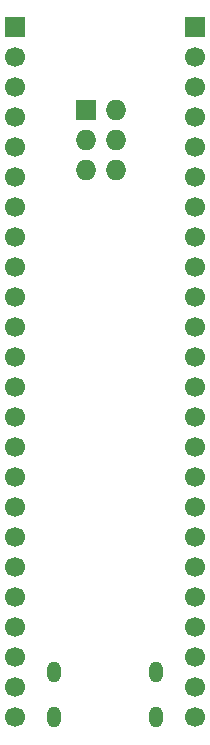
<source format=gbr>
%TF.GenerationSoftware,KiCad,Pcbnew,9.0.4*%
%TF.CreationDate,2025-09-22T14:36:08+02:00*%
%TF.ProjectId,ATmega4809A-breakout,41546d65-6761-4343-9830-39412d627265,rev?*%
%TF.SameCoordinates,Original*%
%TF.FileFunction,Soldermask,Bot*%
%TF.FilePolarity,Negative*%
%FSLAX46Y46*%
G04 Gerber Fmt 4.6, Leading zero omitted, Abs format (unit mm)*
G04 Created by KiCad (PCBNEW 9.0.4) date 2025-09-22 14:36:08*
%MOMM*%
%LPD*%
G01*
G04 APERTURE LIST*
%ADD10R,1.700000X1.700000*%
%ADD11C,1.700000*%
%ADD12R,1.727200X1.727200*%
%ADD13O,1.727200X1.727200*%
%ADD14O,1.204000X1.804000*%
G04 APERTURE END LIST*
D10*
%TO.C,J3*%
X124460000Y-50800000D03*
D11*
X124460000Y-53340000D03*
X124460000Y-55880000D03*
X124460000Y-58420000D03*
X124460000Y-60960000D03*
X124460000Y-63500000D03*
X124460000Y-66040000D03*
X124460000Y-68580000D03*
X124460000Y-71120000D03*
X124460000Y-73660000D03*
X124460000Y-76200000D03*
X124460000Y-78740000D03*
X124460000Y-81280000D03*
X124460000Y-83820000D03*
X124460000Y-86360000D03*
X124460000Y-88900000D03*
X124460000Y-91440000D03*
X124460000Y-93980000D03*
X124460000Y-96520000D03*
X124460000Y-99060000D03*
X124460000Y-101600000D03*
X124460000Y-104140000D03*
X124460000Y-106680000D03*
X124460000Y-109220000D03*
%TD*%
D12*
%TO.C,CONN1*%
X115189000Y-57785000D03*
D13*
X117729000Y-57785000D03*
X115189000Y-60325000D03*
X117729000Y-60325000D03*
X115189000Y-62865000D03*
X117729000Y-62865000D03*
%TD*%
D10*
%TO.C,J2*%
X109220000Y-50800000D03*
D11*
X109220000Y-53340000D03*
X109220000Y-55880000D03*
X109220000Y-58420000D03*
X109220000Y-60960000D03*
X109220000Y-63500000D03*
X109220000Y-66040000D03*
X109220000Y-68580000D03*
X109220000Y-71120000D03*
X109220000Y-73660000D03*
X109220000Y-76200000D03*
X109220000Y-78740000D03*
X109220000Y-81280000D03*
X109220000Y-83820000D03*
X109220000Y-86360000D03*
X109220000Y-88900000D03*
X109220000Y-91440000D03*
X109220000Y-93980000D03*
X109220000Y-96520000D03*
X109220000Y-99060000D03*
X109220000Y-101600000D03*
X109220000Y-104140000D03*
X109220000Y-106680000D03*
X109220000Y-109220000D03*
%TD*%
D14*
%TO.C,J1*%
X112520000Y-105372000D03*
X112520000Y-109172000D03*
X121160000Y-105372000D03*
X121160000Y-109172000D03*
%TD*%
M02*

</source>
